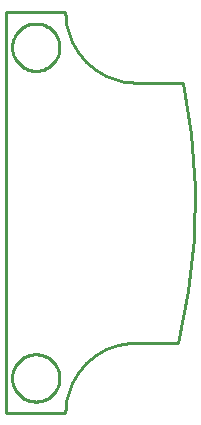
<source format=gbr>
G04 EAGLE Gerber X2 export*
%TF.Part,Single*%
%TF.FileFunction,Profile,NP*%
%TF.FilePolarity,Positive*%
%TF.GenerationSoftware,Autodesk,EAGLE,9.0.0*%
%TF.CreationDate,2018-07-15T17:58:39Z*%
G75*
%MOMM*%
%FSLAX34Y34*%
%LPD*%
%AMOC8*
5,1,8,0,0,1.08239X$1,22.5*%
G01*
%ADD10C,0.254000*%


D10*
X610000Y120000D02*
X660000Y120000D01*
X660228Y125229D01*
X660912Y130419D01*
X662044Y135529D01*
X663618Y140521D01*
X665622Y145357D01*
X668038Y150000D01*
X670851Y154415D01*
X674037Y158567D01*
X677574Y162426D01*
X681433Y165963D01*
X685585Y169149D01*
X690000Y171962D01*
X694643Y174378D01*
X699479Y176382D01*
X704471Y177956D01*
X709581Y179088D01*
X714771Y179772D01*
X720000Y180000D01*
X755000Y180000D01*
X763691Y223488D01*
X768559Y267569D01*
X769567Y311906D01*
X766707Y356162D01*
X760000Y400000D01*
X720000Y400000D01*
X714771Y400228D01*
X709581Y400912D01*
X704471Y402044D01*
X699479Y403618D01*
X694643Y405622D01*
X690000Y408038D01*
X685585Y410851D01*
X681433Y414037D01*
X677574Y417574D01*
X674037Y421433D01*
X670851Y425585D01*
X668038Y430000D01*
X665622Y434643D01*
X663618Y439479D01*
X662044Y444471D01*
X660912Y449581D01*
X660228Y454771D01*
X660000Y460000D01*
X610000Y460000D01*
X610000Y120000D01*
X655000Y429396D02*
X654927Y428189D01*
X654781Y426989D01*
X654563Y425800D01*
X654274Y424627D01*
X653915Y423473D01*
X653486Y422343D01*
X652990Y421241D01*
X652428Y420170D01*
X651803Y419136D01*
X651116Y418141D01*
X650371Y417190D01*
X649569Y416285D01*
X648715Y415431D01*
X647810Y414629D01*
X646859Y413884D01*
X645864Y413197D01*
X644830Y412572D01*
X643759Y412010D01*
X642657Y411514D01*
X641527Y411085D01*
X640373Y410726D01*
X639200Y410437D01*
X638011Y410219D01*
X636811Y410073D01*
X635604Y410000D01*
X634396Y410000D01*
X633189Y410073D01*
X631989Y410219D01*
X630800Y410437D01*
X629627Y410726D01*
X628473Y411085D01*
X627343Y411514D01*
X626241Y412010D01*
X625170Y412572D01*
X624136Y413197D01*
X623141Y413884D01*
X622190Y414629D01*
X621285Y415431D01*
X620431Y416285D01*
X619629Y417190D01*
X618884Y418141D01*
X618197Y419136D01*
X617572Y420170D01*
X617010Y421241D01*
X616514Y422343D01*
X616085Y423473D01*
X615726Y424627D01*
X615437Y425800D01*
X615219Y426989D01*
X615073Y428189D01*
X615000Y429396D01*
X615000Y430604D01*
X615073Y431811D01*
X615219Y433011D01*
X615437Y434200D01*
X615726Y435373D01*
X616085Y436527D01*
X616514Y437657D01*
X617010Y438759D01*
X617572Y439830D01*
X618197Y440864D01*
X618884Y441859D01*
X619629Y442810D01*
X620431Y443715D01*
X621285Y444569D01*
X622190Y445371D01*
X623141Y446116D01*
X624136Y446803D01*
X625170Y447428D01*
X626241Y447990D01*
X627343Y448486D01*
X628473Y448915D01*
X629627Y449274D01*
X630800Y449563D01*
X631989Y449781D01*
X633189Y449927D01*
X634396Y450000D01*
X635604Y450000D01*
X636811Y449927D01*
X638011Y449781D01*
X639200Y449563D01*
X640373Y449274D01*
X641527Y448915D01*
X642657Y448486D01*
X643759Y447990D01*
X644830Y447428D01*
X645864Y446803D01*
X646859Y446116D01*
X647810Y445371D01*
X648715Y444569D01*
X649569Y443715D01*
X650371Y442810D01*
X651116Y441859D01*
X651803Y440864D01*
X652428Y439830D01*
X652990Y438759D01*
X653486Y437657D01*
X653915Y436527D01*
X654274Y435373D01*
X654563Y434200D01*
X654781Y433011D01*
X654927Y431811D01*
X655000Y430604D01*
X655000Y429396D01*
X655000Y149396D02*
X654927Y148189D01*
X654781Y146989D01*
X654563Y145800D01*
X654274Y144627D01*
X653915Y143473D01*
X653486Y142343D01*
X652990Y141241D01*
X652428Y140170D01*
X651803Y139136D01*
X651116Y138141D01*
X650371Y137190D01*
X649569Y136285D01*
X648715Y135431D01*
X647810Y134629D01*
X646859Y133884D01*
X645864Y133197D01*
X644830Y132572D01*
X643759Y132010D01*
X642657Y131514D01*
X641527Y131085D01*
X640373Y130726D01*
X639200Y130437D01*
X638011Y130219D01*
X636811Y130073D01*
X635604Y130000D01*
X634396Y130000D01*
X633189Y130073D01*
X631989Y130219D01*
X630800Y130437D01*
X629627Y130726D01*
X628473Y131085D01*
X627343Y131514D01*
X626241Y132010D01*
X625170Y132572D01*
X624136Y133197D01*
X623141Y133884D01*
X622190Y134629D01*
X621285Y135431D01*
X620431Y136285D01*
X619629Y137190D01*
X618884Y138141D01*
X618197Y139136D01*
X617572Y140170D01*
X617010Y141241D01*
X616514Y142343D01*
X616085Y143473D01*
X615726Y144627D01*
X615437Y145800D01*
X615219Y146989D01*
X615073Y148189D01*
X615000Y149396D01*
X615000Y150604D01*
X615073Y151811D01*
X615219Y153011D01*
X615437Y154200D01*
X615726Y155373D01*
X616085Y156527D01*
X616514Y157657D01*
X617010Y158759D01*
X617572Y159830D01*
X618197Y160864D01*
X618884Y161859D01*
X619629Y162810D01*
X620431Y163715D01*
X621285Y164569D01*
X622190Y165371D01*
X623141Y166116D01*
X624136Y166803D01*
X625170Y167428D01*
X626241Y167990D01*
X627343Y168486D01*
X628473Y168915D01*
X629627Y169274D01*
X630800Y169563D01*
X631989Y169781D01*
X633189Y169927D01*
X634396Y170000D01*
X635604Y170000D01*
X636811Y169927D01*
X638011Y169781D01*
X639200Y169563D01*
X640373Y169274D01*
X641527Y168915D01*
X642657Y168486D01*
X643759Y167990D01*
X644830Y167428D01*
X645864Y166803D01*
X646859Y166116D01*
X647810Y165371D01*
X648715Y164569D01*
X649569Y163715D01*
X650371Y162810D01*
X651116Y161859D01*
X651803Y160864D01*
X652428Y159830D01*
X652990Y158759D01*
X653486Y157657D01*
X653915Y156527D01*
X654274Y155373D01*
X654563Y154200D01*
X654781Y153011D01*
X654927Y151811D01*
X655000Y150604D01*
X655000Y149396D01*
X655000Y429396D02*
X654927Y428189D01*
X654781Y426989D01*
X654563Y425800D01*
X654274Y424627D01*
X653915Y423473D01*
X653486Y422343D01*
X652990Y421241D01*
X652428Y420170D01*
X651803Y419136D01*
X651116Y418141D01*
X650371Y417190D01*
X649569Y416285D01*
X648715Y415431D01*
X647810Y414629D01*
X646859Y413884D01*
X645864Y413197D01*
X644830Y412572D01*
X643759Y412010D01*
X642657Y411514D01*
X641527Y411085D01*
X640373Y410726D01*
X639200Y410437D01*
X638011Y410219D01*
X636811Y410073D01*
X635604Y410000D01*
X634396Y410000D01*
X633189Y410073D01*
X631989Y410219D01*
X630800Y410437D01*
X629627Y410726D01*
X628473Y411085D01*
X627343Y411514D01*
X626241Y412010D01*
X625170Y412572D01*
X624136Y413197D01*
X623141Y413884D01*
X622190Y414629D01*
X621285Y415431D01*
X620431Y416285D01*
X619629Y417190D01*
X618884Y418141D01*
X618197Y419136D01*
X617572Y420170D01*
X617010Y421241D01*
X616514Y422343D01*
X616085Y423473D01*
X615726Y424627D01*
X615437Y425800D01*
X615219Y426989D01*
X615073Y428189D01*
X615000Y429396D01*
X615000Y430604D01*
X615073Y431811D01*
X615219Y433011D01*
X615437Y434200D01*
X615726Y435373D01*
X616085Y436527D01*
X616514Y437657D01*
X617010Y438759D01*
X617572Y439830D01*
X618197Y440864D01*
X618884Y441859D01*
X619629Y442810D01*
X620431Y443715D01*
X621285Y444569D01*
X622190Y445371D01*
X623141Y446116D01*
X624136Y446803D01*
X625170Y447428D01*
X626241Y447990D01*
X627343Y448486D01*
X628473Y448915D01*
X629627Y449274D01*
X630800Y449563D01*
X631989Y449781D01*
X633189Y449927D01*
X634396Y450000D01*
X635604Y450000D01*
X636811Y449927D01*
X638011Y449781D01*
X639200Y449563D01*
X640373Y449274D01*
X641527Y448915D01*
X642657Y448486D01*
X643759Y447990D01*
X644830Y447428D01*
X645864Y446803D01*
X646859Y446116D01*
X647810Y445371D01*
X648715Y444569D01*
X649569Y443715D01*
X650371Y442810D01*
X651116Y441859D01*
X651803Y440864D01*
X652428Y439830D01*
X652990Y438759D01*
X653486Y437657D01*
X653915Y436527D01*
X654274Y435373D01*
X654563Y434200D01*
X654781Y433011D01*
X654927Y431811D01*
X655000Y430604D01*
X655000Y429396D01*
X655000Y149396D02*
X654927Y148189D01*
X654781Y146989D01*
X654563Y145800D01*
X654274Y144627D01*
X653915Y143473D01*
X653486Y142343D01*
X652990Y141241D01*
X652428Y140170D01*
X651803Y139136D01*
X651116Y138141D01*
X650371Y137190D01*
X649569Y136285D01*
X648715Y135431D01*
X647810Y134629D01*
X646859Y133884D01*
X645864Y133197D01*
X644830Y132572D01*
X643759Y132010D01*
X642657Y131514D01*
X641527Y131085D01*
X640373Y130726D01*
X639200Y130437D01*
X638011Y130219D01*
X636811Y130073D01*
X635604Y130000D01*
X634396Y130000D01*
X633189Y130073D01*
X631989Y130219D01*
X630800Y130437D01*
X629627Y130726D01*
X628473Y131085D01*
X627343Y131514D01*
X626241Y132010D01*
X625170Y132572D01*
X624136Y133197D01*
X623141Y133884D01*
X622190Y134629D01*
X621285Y135431D01*
X620431Y136285D01*
X619629Y137190D01*
X618884Y138141D01*
X618197Y139136D01*
X617572Y140170D01*
X617010Y141241D01*
X616514Y142343D01*
X616085Y143473D01*
X615726Y144627D01*
X615437Y145800D01*
X615219Y146989D01*
X615073Y148189D01*
X615000Y149396D01*
X615000Y150604D01*
X615073Y151811D01*
X615219Y153011D01*
X615437Y154200D01*
X615726Y155373D01*
X616085Y156527D01*
X616514Y157657D01*
X617010Y158759D01*
X617572Y159830D01*
X618197Y160864D01*
X618884Y161859D01*
X619629Y162810D01*
X620431Y163715D01*
X621285Y164569D01*
X622190Y165371D01*
X623141Y166116D01*
X624136Y166803D01*
X625170Y167428D01*
X626241Y167990D01*
X627343Y168486D01*
X628473Y168915D01*
X629627Y169274D01*
X630800Y169563D01*
X631989Y169781D01*
X633189Y169927D01*
X634396Y170000D01*
X635604Y170000D01*
X636811Y169927D01*
X638011Y169781D01*
X639200Y169563D01*
X640373Y169274D01*
X641527Y168915D01*
X642657Y168486D01*
X643759Y167990D01*
X644830Y167428D01*
X645864Y166803D01*
X646859Y166116D01*
X647810Y165371D01*
X648715Y164569D01*
X649569Y163715D01*
X650371Y162810D01*
X651116Y161859D01*
X651803Y160864D01*
X652428Y159830D01*
X652990Y158759D01*
X653486Y157657D01*
X653915Y156527D01*
X654274Y155373D01*
X654563Y154200D01*
X654781Y153011D01*
X654927Y151811D01*
X655000Y150604D01*
X655000Y149396D01*
M02*

</source>
